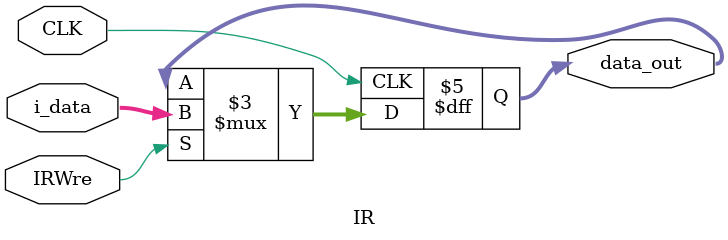
<source format=v>
`timescale 1ns / 1ps


module IR(
	input CLK,
	input IRWre,
	input [31:0] i_data,
	output reg [31:0] data_out
	);
	
	always @(negedge CLK) begin
		if(IRWre) begin
			data_out = i_data;
		end
	end

endmodule

</source>
